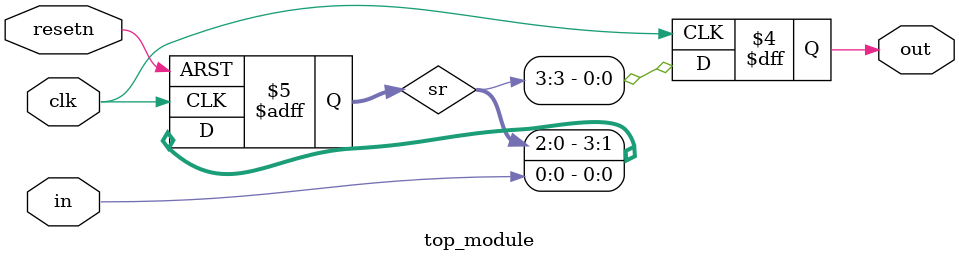
<source format=sv>
module top_module (
    input clk,
    input resetn,
    input in,
    output reg out
);
    reg [3:0] sr;

    always @(posedge clk or negedge resetn) begin
        if (!resetn)
            sr <= 4'b0000;
        else
            sr <= {sr[2:0], in};
    end

    always @(negedge clk) begin
        out <= sr[3];
    end

endmodule

</source>
